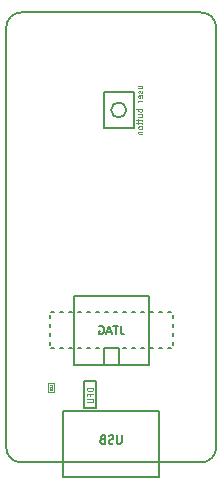
<source format=gbr>
G04 #@! TF.FileFunction,Other,Fab,Bot*
%FSLAX46Y46*%
G04 Gerber Fmt 4.6, Leading zero omitted, Abs format (unit mm)*
G04 Created by KiCad (PCBNEW 4.0.7-e2-6376~58~ubuntu16.04.1) date Mon Dec 18 21:23:22 2017*
%MOMM*%
%LPD*%
G01*
G04 APERTURE LIST*
%ADD10C,0.100000*%
%ADD11C,0.150000*%
%ADD12C,0.125000*%
%ADD13C,0.050000*%
G04 APERTURE END LIST*
D10*
D11*
X163423600Y-125628400D02*
X163423600Y-127914400D01*
X164439600Y-125628400D02*
X163423600Y-125628400D01*
X164439600Y-127914400D02*
X164439600Y-125628400D01*
X163423600Y-127914400D02*
X164439600Y-127914400D01*
X167614600Y-101117400D02*
X165074600Y-101117400D01*
X167614600Y-104165400D02*
X167614600Y-101117400D01*
X165074600Y-104165400D02*
X167614600Y-104165400D01*
X165074600Y-101117400D02*
X165074600Y-104165400D01*
X166979600Y-102641400D02*
G75*
G03X166979600Y-102641400I-635000J0D01*
G01*
X170916600Y-122326400D02*
X170916600Y-122580400D01*
X170916600Y-121564400D02*
X170916600Y-121818400D01*
X170916600Y-120802400D02*
X170916600Y-121056400D01*
X170916600Y-120040400D02*
X170916600Y-120294400D01*
X160502600Y-122326400D02*
X160502600Y-122580400D01*
X160502600Y-121564400D02*
X160502600Y-121818400D01*
X160502600Y-120802400D02*
X160502600Y-121056400D01*
X160502600Y-120040400D02*
X160502600Y-120294400D01*
X160883600Y-119786400D02*
X160629600Y-119786400D01*
X161645600Y-119786400D02*
X161391600Y-119786400D01*
X162407600Y-119786400D02*
X162153600Y-119786400D01*
X170535600Y-122834400D02*
X170789600Y-122834400D01*
X169773600Y-122834400D02*
X170027600Y-122834400D01*
X169265600Y-122834400D02*
X169011600Y-122834400D01*
X170535600Y-119786400D02*
X170789600Y-119786400D01*
X169773600Y-119786400D02*
X170027600Y-119786400D01*
X169011600Y-119786400D02*
X169265600Y-119786400D01*
X168249600Y-119786400D02*
X168503600Y-119786400D01*
X167487600Y-119786400D02*
X167741600Y-119786400D01*
X166725600Y-119786400D02*
X166979600Y-119786400D01*
X165963600Y-119786400D02*
X166217600Y-119786400D01*
X165201600Y-119786400D02*
X165455600Y-119786400D01*
X164439600Y-119786400D02*
X164693600Y-119786400D01*
X163677600Y-119786400D02*
X163931600Y-119786400D01*
X162915600Y-119786400D02*
X163169600Y-119786400D01*
X168249600Y-122834400D02*
X168503600Y-122834400D01*
X167487600Y-122834400D02*
X167741600Y-122834400D01*
X166725600Y-122834400D02*
X166979600Y-122834400D01*
X160883600Y-122834400D02*
X160629600Y-122834400D01*
X161645600Y-122834400D02*
X161391600Y-122834400D01*
X164439600Y-122834400D02*
X164693600Y-122834400D01*
X163677600Y-122834400D02*
X163931600Y-122834400D01*
X162915600Y-122834400D02*
X163169600Y-122834400D01*
X162153600Y-122834400D02*
X162407600Y-122834400D01*
X166344600Y-122834400D02*
X166344600Y-124231400D01*
X165074600Y-122834400D02*
X166344600Y-122834400D01*
X165074600Y-124231400D02*
X165074600Y-122834400D01*
X162534600Y-118389400D02*
X162534600Y-124231400D01*
X168884600Y-118389400D02*
X162534600Y-118389400D01*
X168884600Y-124231400D02*
X168884600Y-118389400D01*
X162534600Y-124231400D02*
X168884600Y-124231400D01*
D10*
X160375600Y-125755400D02*
X160375600Y-126517400D01*
X160883600Y-125755400D02*
X160375600Y-125755400D01*
X160883600Y-126517400D02*
X160883600Y-125755400D01*
X160375600Y-126517400D02*
X160883600Y-126517400D01*
D11*
X169773600Y-128168400D02*
X169773600Y-132486400D01*
X161645600Y-128168400D02*
X169773600Y-128168400D01*
X161645600Y-132486400D02*
X161645600Y-128168400D01*
X169773600Y-133756400D02*
X169773600Y-132486400D01*
X161645600Y-133756400D02*
X169773600Y-133756400D01*
X161645600Y-132486400D02*
X161645600Y-133756400D01*
X156819600Y-95656400D02*
G75*
G02X158089600Y-94386400I1270000J0D01*
G01*
X173329600Y-94386400D02*
G75*
G02X174599600Y-95656400I0J-1270000D01*
G01*
X174599600Y-131216400D02*
G75*
G02X173329600Y-132486400I-1270000J0D01*
G01*
X158089600Y-132486400D02*
G75*
G02X156819600Y-131216400I0J1270000D01*
G01*
X156819600Y-95656400D02*
X156819600Y-131216400D01*
X173329600Y-94386400D02*
X158089600Y-94386400D01*
X174599600Y-131216400D02*
X174599600Y-95656400D01*
X158089600Y-132486400D02*
X173329600Y-132486400D01*
D12*
X164157790Y-126164258D02*
X163657790Y-126164258D01*
X163657790Y-126283305D01*
X163681600Y-126354734D01*
X163729219Y-126402353D01*
X163776838Y-126426162D01*
X163872076Y-126449972D01*
X163943505Y-126449972D01*
X164038743Y-126426162D01*
X164086362Y-126402353D01*
X164133981Y-126354734D01*
X164157790Y-126283305D01*
X164157790Y-126164258D01*
X163895886Y-126830924D02*
X163895886Y-126664258D01*
X164157790Y-126664258D02*
X163657790Y-126664258D01*
X163657790Y-126902353D01*
X163657790Y-127092829D02*
X164062552Y-127092829D01*
X164110171Y-127116638D01*
X164133981Y-127140448D01*
X164157790Y-127188067D01*
X164157790Y-127283305D01*
X164133981Y-127330924D01*
X164110171Y-127354733D01*
X164062552Y-127378543D01*
X163657790Y-127378543D01*
X168015457Y-100796162D02*
X168348790Y-100796162D01*
X168015457Y-100581877D02*
X168277362Y-100581877D01*
X168324981Y-100605686D01*
X168348790Y-100653305D01*
X168348790Y-100724734D01*
X168324981Y-100772353D01*
X168301171Y-100796162D01*
X168324981Y-101010448D02*
X168348790Y-101058067D01*
X168348790Y-101153305D01*
X168324981Y-101200924D01*
X168277362Y-101224734D01*
X168253552Y-101224734D01*
X168205933Y-101200924D01*
X168182124Y-101153305D01*
X168182124Y-101081877D01*
X168158314Y-101034258D01*
X168110695Y-101010448D01*
X168086886Y-101010448D01*
X168039267Y-101034258D01*
X168015457Y-101081877D01*
X168015457Y-101153305D01*
X168039267Y-101200924D01*
X168324981Y-101629496D02*
X168348790Y-101581877D01*
X168348790Y-101486639D01*
X168324981Y-101439020D01*
X168277362Y-101415210D01*
X168086886Y-101415210D01*
X168039267Y-101439020D01*
X168015457Y-101486639D01*
X168015457Y-101581877D01*
X168039267Y-101629496D01*
X168086886Y-101653305D01*
X168134505Y-101653305D01*
X168182124Y-101415210D01*
X168348790Y-101867591D02*
X168015457Y-101867591D01*
X168110695Y-101867591D02*
X168063076Y-101891400D01*
X168039267Y-101915210D01*
X168015457Y-101962829D01*
X168015457Y-102010448D01*
X168348790Y-102558067D02*
X167848790Y-102558067D01*
X168039267Y-102558067D02*
X168015457Y-102605686D01*
X168015457Y-102700924D01*
X168039267Y-102748543D01*
X168063076Y-102772352D01*
X168110695Y-102796162D01*
X168253552Y-102796162D01*
X168301171Y-102772352D01*
X168324981Y-102748543D01*
X168348790Y-102700924D01*
X168348790Y-102605686D01*
X168324981Y-102558067D01*
X168015457Y-103224733D02*
X168348790Y-103224733D01*
X168015457Y-103010448D02*
X168277362Y-103010448D01*
X168324981Y-103034257D01*
X168348790Y-103081876D01*
X168348790Y-103153305D01*
X168324981Y-103200924D01*
X168301171Y-103224733D01*
X168015457Y-103391400D02*
X168015457Y-103581876D01*
X167848790Y-103462829D02*
X168277362Y-103462829D01*
X168324981Y-103486638D01*
X168348790Y-103534257D01*
X168348790Y-103581876D01*
X168015457Y-103677114D02*
X168015457Y-103867590D01*
X167848790Y-103748543D02*
X168277362Y-103748543D01*
X168324981Y-103772352D01*
X168348790Y-103819971D01*
X168348790Y-103867590D01*
X168348790Y-104105685D02*
X168324981Y-104058066D01*
X168301171Y-104034257D01*
X168253552Y-104010447D01*
X168110695Y-104010447D01*
X168063076Y-104034257D01*
X168039267Y-104058066D01*
X168015457Y-104105685D01*
X168015457Y-104177114D01*
X168039267Y-104224733D01*
X168063076Y-104248542D01*
X168110695Y-104272352D01*
X168253552Y-104272352D01*
X168301171Y-104248542D01*
X168324981Y-104224733D01*
X168348790Y-104177114D01*
X168348790Y-104105685D01*
X168015457Y-104486638D02*
X168348790Y-104486638D01*
X168063076Y-104486638D02*
X168039267Y-104510447D01*
X168015457Y-104558066D01*
X168015457Y-104629495D01*
X168039267Y-104677114D01*
X168086886Y-104700923D01*
X168348790Y-104700923D01*
D11*
X166526266Y-120927067D02*
X166526266Y-121427067D01*
X166559600Y-121527067D01*
X166626266Y-121593733D01*
X166726266Y-121627067D01*
X166792933Y-121627067D01*
X166292933Y-120927067D02*
X165892933Y-120927067D01*
X166092933Y-121627067D02*
X166092933Y-120927067D01*
X165692934Y-121427067D02*
X165359600Y-121427067D01*
X165759600Y-121627067D02*
X165526267Y-120927067D01*
X165292934Y-121627067D01*
X164692934Y-120960400D02*
X164759600Y-120927067D01*
X164859600Y-120927067D01*
X164959600Y-120960400D01*
X165026267Y-121027067D01*
X165059600Y-121093733D01*
X165092934Y-121227067D01*
X165092934Y-121327067D01*
X165059600Y-121460400D01*
X165026267Y-121527067D01*
X164959600Y-121593733D01*
X164859600Y-121627067D01*
X164792934Y-121627067D01*
X164692934Y-121593733D01*
X164659600Y-121560400D01*
X164659600Y-121327067D01*
X164792934Y-121327067D01*
D13*
X160720076Y-126007829D02*
X160720076Y-125912591D01*
X160520076Y-125912591D01*
X160615314Y-126074496D02*
X160615314Y-126141163D01*
X160720076Y-126169734D02*
X160720076Y-126074496D01*
X160520076Y-126074496D01*
X160520076Y-126169734D01*
X160720076Y-126255448D02*
X160520076Y-126255448D01*
X160520076Y-126303067D01*
X160529600Y-126331639D01*
X160548648Y-126350686D01*
X160567695Y-126360210D01*
X160605790Y-126369734D01*
X160634362Y-126369734D01*
X160672457Y-126360210D01*
X160691505Y-126350686D01*
X160710552Y-126331639D01*
X160720076Y-126303067D01*
X160720076Y-126255448D01*
D11*
X166592933Y-130198067D02*
X166592933Y-130764733D01*
X166559600Y-130831400D01*
X166526267Y-130864733D01*
X166459600Y-130898067D01*
X166326267Y-130898067D01*
X166259600Y-130864733D01*
X166226267Y-130831400D01*
X166192933Y-130764733D01*
X166192933Y-130198067D01*
X165892934Y-130864733D02*
X165792934Y-130898067D01*
X165626267Y-130898067D01*
X165559600Y-130864733D01*
X165526267Y-130831400D01*
X165492934Y-130764733D01*
X165492934Y-130698067D01*
X165526267Y-130631400D01*
X165559600Y-130598067D01*
X165626267Y-130564733D01*
X165759600Y-130531400D01*
X165826267Y-130498067D01*
X165859600Y-130464733D01*
X165892934Y-130398067D01*
X165892934Y-130331400D01*
X165859600Y-130264733D01*
X165826267Y-130231400D01*
X165759600Y-130198067D01*
X165592934Y-130198067D01*
X165492934Y-130231400D01*
X164959600Y-130531400D02*
X164859600Y-130564733D01*
X164826267Y-130598067D01*
X164792933Y-130664733D01*
X164792933Y-130764733D01*
X164826267Y-130831400D01*
X164859600Y-130864733D01*
X164926267Y-130898067D01*
X165192933Y-130898067D01*
X165192933Y-130198067D01*
X164959600Y-130198067D01*
X164892933Y-130231400D01*
X164859600Y-130264733D01*
X164826267Y-130331400D01*
X164826267Y-130398067D01*
X164859600Y-130464733D01*
X164892933Y-130498067D01*
X164959600Y-130531400D01*
X165192933Y-130531400D01*
M02*

</source>
